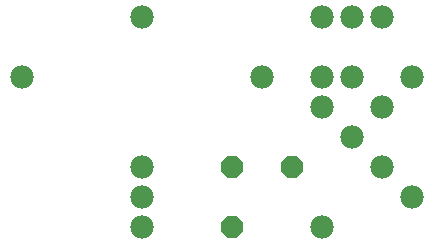
<source format=gbs>
G75*
%MOIN*%
%OFA0B0*%
%FSLAX25Y25*%
%IPPOS*%
%LPD*%
%AMOC8*
5,1,8,0,0,1.08239X$1,22.5*
%
%ADD10OC8,0.07296*%
%ADD11C,0.07800*%
D10*
X0081000Y0011000D03*
X0081000Y0031000D03*
X0101000Y0031000D03*
D11*
X0051000Y0011000D03*
X0051000Y0021000D03*
X0051000Y0031000D03*
X0011000Y0061000D03*
X0051000Y0081000D03*
X0091000Y0061000D03*
X0111000Y0061000D03*
X0121000Y0061000D03*
X0111000Y0051000D03*
X0121000Y0041000D03*
X0131000Y0031000D03*
X0141000Y0021000D03*
X0111000Y0011000D03*
X0131000Y0051000D03*
X0141000Y0061000D03*
X0131000Y0081000D03*
X0121000Y0081000D03*
X0111000Y0081000D03*
M02*

</source>
